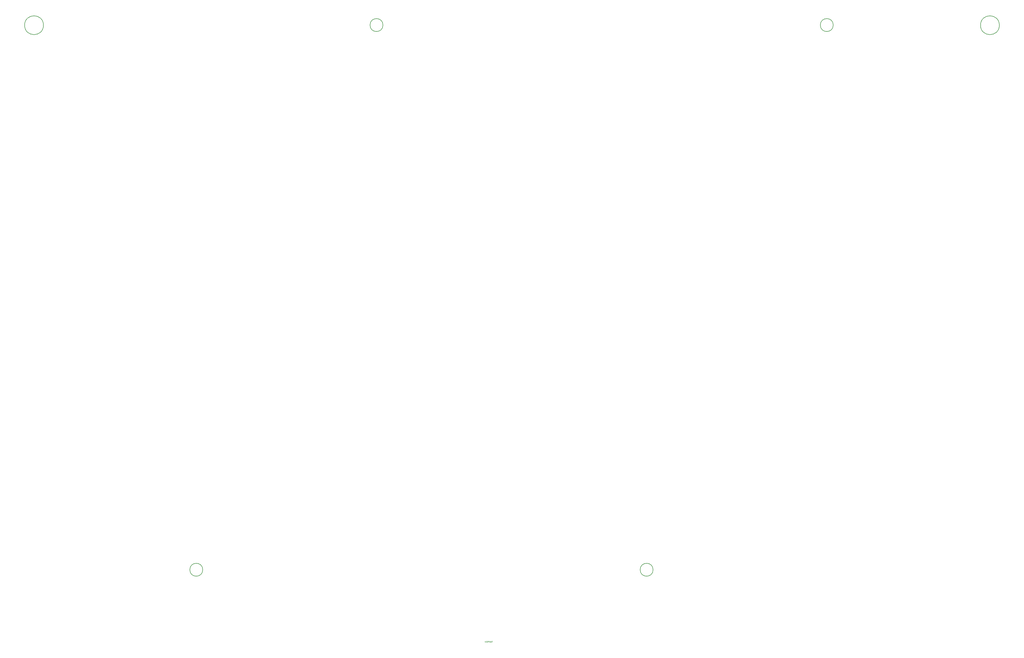
<source format=gbr>
%TF.GenerationSoftware,KiCad,Pcbnew,7.0.7*%
%TF.CreationDate,2024-03-03T19:12:33-08:00*%
%TF.ProjectId,rp2040_audio_spectrum,72703230-3430-45f6-9175-64696f5f7370,rev?*%
%TF.SameCoordinates,Original*%
%TF.FileFunction,Other,Comment*%
%FSLAX46Y46*%
G04 Gerber Fmt 4.6, Leading zero omitted, Abs format (unit mm)*
G04 Created by KiCad (PCBNEW 7.0.7) date 2024-03-03 19:12:33*
%MOMM*%
%LPD*%
G01*
G04 APERTURE LIST*
%ADD10C,0.070000*%
%ADD11C,0.150000*%
G04 APERTURE END LIST*
D10*
X205390904Y-229924407D02*
X205390904Y-229524407D01*
X205619475Y-229924407D02*
X205448046Y-229695836D01*
X205619475Y-229524407D02*
X205390904Y-229752979D01*
X205790904Y-229714883D02*
X205924237Y-229714883D01*
X205981380Y-229924407D02*
X205790904Y-229924407D01*
X205790904Y-229924407D02*
X205790904Y-229524407D01*
X205790904Y-229524407D02*
X205981380Y-229524407D01*
X206152809Y-229714883D02*
X206286142Y-229714883D01*
X206343285Y-229924407D02*
X206152809Y-229924407D01*
X206152809Y-229924407D02*
X206152809Y-229524407D01*
X206152809Y-229524407D02*
X206343285Y-229524407D01*
X206514714Y-229924407D02*
X206514714Y-229524407D01*
X206514714Y-229524407D02*
X206667095Y-229524407D01*
X206667095Y-229524407D02*
X206705190Y-229543455D01*
X206705190Y-229543455D02*
X206724237Y-229562502D01*
X206724237Y-229562502D02*
X206743285Y-229600598D01*
X206743285Y-229600598D02*
X206743285Y-229657740D01*
X206743285Y-229657740D02*
X206724237Y-229695836D01*
X206724237Y-229695836D02*
X206705190Y-229714883D01*
X206705190Y-229714883D02*
X206667095Y-229733931D01*
X206667095Y-229733931D02*
X206514714Y-229733931D01*
X206990904Y-229524407D02*
X207067095Y-229524407D01*
X207067095Y-229524407D02*
X207105190Y-229543455D01*
X207105190Y-229543455D02*
X207143285Y-229581550D01*
X207143285Y-229581550D02*
X207162333Y-229657740D01*
X207162333Y-229657740D02*
X207162333Y-229791074D01*
X207162333Y-229791074D02*
X207143285Y-229867264D01*
X207143285Y-229867264D02*
X207105190Y-229905360D01*
X207105190Y-229905360D02*
X207067095Y-229924407D01*
X207067095Y-229924407D02*
X206990904Y-229924407D01*
X206990904Y-229924407D02*
X206952809Y-229905360D01*
X206952809Y-229905360D02*
X206914714Y-229867264D01*
X206914714Y-229867264D02*
X206895666Y-229791074D01*
X206895666Y-229791074D02*
X206895666Y-229657740D01*
X206895666Y-229657740D02*
X206914714Y-229581550D01*
X206914714Y-229581550D02*
X206952809Y-229543455D01*
X206952809Y-229543455D02*
X206990904Y-229524407D01*
X207333762Y-229524407D02*
X207333762Y-229848217D01*
X207333762Y-229848217D02*
X207352809Y-229886312D01*
X207352809Y-229886312D02*
X207371857Y-229905360D01*
X207371857Y-229905360D02*
X207409952Y-229924407D01*
X207409952Y-229924407D02*
X207486143Y-229924407D01*
X207486143Y-229924407D02*
X207524238Y-229905360D01*
X207524238Y-229905360D02*
X207543285Y-229886312D01*
X207543285Y-229886312D02*
X207562333Y-229848217D01*
X207562333Y-229848217D02*
X207562333Y-229524407D01*
X207695667Y-229524407D02*
X207924238Y-229524407D01*
X207809952Y-229924407D02*
X207809952Y-229524407D01*
D11*
%TO.C,H6*%
X170721494Y-20116800D02*
G75*
G03*
X170721494Y-20116800I-2200000J0D01*
G01*
%TO.C,H5*%
X262495200Y-205282800D02*
G75*
G03*
X262495200Y-205282800I-2200000J0D01*
G01*
%TO.C,H4*%
X109495200Y-205282800D02*
G75*
G03*
X109495200Y-205282800I-2200000J0D01*
G01*
%TO.C,H3*%
X323701754Y-20116800D02*
G75*
G03*
X323701754Y-20116800I-2200000J0D01*
G01*
%TO.C,H2*%
X380136000Y-20167600D02*
G75*
G03*
X380136000Y-20167600I-3200000J0D01*
G01*
%TO.C,H1*%
X55371600Y-20167600D02*
G75*
G03*
X55371600Y-20167600I-3200000J0D01*
G01*
%TD*%
M02*

</source>
